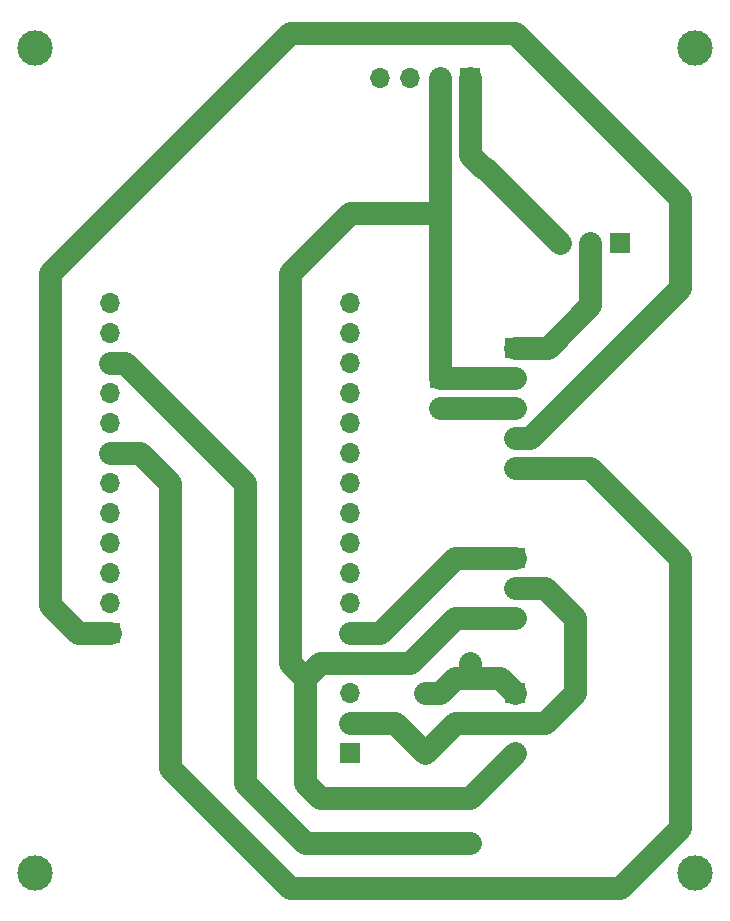
<source format=gbr>
G04 #@! TF.GenerationSoftware,KiCad,Pcbnew,5.0.2-bee76a0~70~ubuntu18.04.1*
G04 #@! TF.CreationDate,2019-07-25T22:31:23-04:00*
G04 #@! TF.ProjectId,knuth-gateway,6b6e7574-682d-4676-9174-657761792e6b,rev?*
G04 #@! TF.SameCoordinates,Original*
G04 #@! TF.FileFunction,Copper,L2,Bot*
G04 #@! TF.FilePolarity,Positive*
%FSLAX46Y46*%
G04 Gerber Fmt 4.6, Leading zero omitted, Abs format (unit mm)*
G04 Created by KiCad (PCBNEW 5.0.2-bee76a0~70~ubuntu18.04.1) date Thu 25 Jul 2019 10:31:23 PM EDT*
%MOMM*%
%LPD*%
G01*
G04 APERTURE LIST*
G04 #@! TA.AperFunction,ComponentPad*
%ADD10R,1.700000X1.700000*%
G04 #@! TD*
G04 #@! TA.AperFunction,ComponentPad*
%ADD11O,1.700000X1.700000*%
G04 #@! TD*
G04 #@! TA.AperFunction,ComponentPad*
%ADD12C,1.600000*%
G04 #@! TD*
G04 #@! TA.AperFunction,ComponentPad*
%ADD13O,1.600000X1.600000*%
G04 #@! TD*
G04 #@! TA.AperFunction,ViaPad*
%ADD14C,3.000000*%
G04 #@! TD*
G04 #@! TA.AperFunction,ViaPad*
%ADD15C,1.778000*%
G04 #@! TD*
G04 #@! TA.AperFunction,Conductor*
%ADD16C,1.905000*%
G04 #@! TD*
G04 APERTURE END LIST*
D10*
G04 #@! TO.P,R_Delay1,1*
G04 #@! TO.N,GND*
X246380000Y-81280000D03*
D11*
G04 #@! TO.P,R_Delay1,2*
G04 #@! TO.N,Net-(R_Delay1-Pad2)*
X246380000Y-83820000D03*
G04 #@! TD*
D10*
G04 #@! TO.P,U4,1*
G04 #@! TO.N,Net-(U4-Pad1)*
X252730000Y-78740000D03*
D11*
G04 #@! TO.P,U4,2*
G04 #@! TO.N,GND*
X252730000Y-81280000D03*
G04 #@! TO.P,U4,3*
G04 #@! TO.N,Net-(R_Delay1-Pad2)*
X252730000Y-83820000D03*
G04 #@! TO.P,U4,4*
G04 #@! TO.N,VBAT*
X252730000Y-86360000D03*
G04 #@! TO.P,U4,5*
G04 #@! TO.N,D10*
X252730000Y-88900000D03*
G04 #@! TD*
D10*
G04 #@! TO.P,U5,1*
G04 #@! TO.N,Net-(U5-Pad1)*
X248920000Y-55880000D03*
D11*
G04 #@! TO.P,U5,2*
G04 #@! TO.N,GND*
X246380000Y-55880000D03*
G04 #@! TO.P,U5,3*
G04 #@! TO.N,N/C*
X243840000Y-55880000D03*
G04 #@! TO.P,U5,4*
X241300000Y-55880000D03*
G04 #@! TD*
G04 #@! TO.P,1-Wire1,3*
G04 #@! TO.N,GND*
X252730000Y-113030000D03*
G04 #@! TO.P,1-Wire1,2*
G04 #@! TO.N,+3V3*
X252730000Y-110490000D03*
D10*
G04 #@! TO.P,1-Wire1,1*
G04 #@! TO.N,D5*
X252730000Y-107950000D03*
G04 #@! TD*
G04 #@! TO.P,EC-5,1*
G04 #@! TO.N,A0*
X252730000Y-96520000D03*
D11*
G04 #@! TO.P,EC-5,2*
G04 #@! TO.N,+3V3*
X252730000Y-99060000D03*
G04 #@! TO.P,EC-5,3*
G04 #@! TO.N,GND*
X252730000Y-101600000D03*
G04 #@! TD*
D10*
G04 #@! TO.P,J1,1*
G04 #@! TO.N,VBAT*
X218440000Y-102870000D03*
D11*
G04 #@! TO.P,J1,2*
G04 #@! TO.N,N/C*
X218440000Y-100330000D03*
G04 #@! TO.P,J1,3*
X218440000Y-97790000D03*
G04 #@! TO.P,J1,4*
X218440000Y-95250000D03*
G04 #@! TO.P,J1,5*
X218440000Y-92710000D03*
G04 #@! TO.P,J1,6*
X218440000Y-90170000D03*
G04 #@! TO.P,J1,7*
G04 #@! TO.N,D10*
X218440000Y-87630000D03*
G04 #@! TO.P,J1,8*
G04 #@! TO.N,N/C*
X218440000Y-85090000D03*
G04 #@! TO.P,J1,9*
X218440000Y-82550000D03*
G04 #@! TO.P,J1,10*
G04 #@! TO.N,D5*
X218440000Y-80010000D03*
G04 #@! TO.P,J1,11*
G04 #@! TO.N,N/C*
X218440000Y-77470000D03*
G04 #@! TO.P,J1,12*
X218440000Y-74930000D03*
G04 #@! TD*
D10*
G04 #@! TO.P,J2,1*
G04 #@! TO.N,N/C*
X238760000Y-113030000D03*
D11*
G04 #@! TO.P,J2,2*
G04 #@! TO.N,+3V3*
X238760000Y-110490000D03*
G04 #@! TO.P,J2,3*
G04 #@! TO.N,N/C*
X238760000Y-107950000D03*
G04 #@! TO.P,J2,4*
G04 #@! TO.N,GND*
X238760000Y-105410000D03*
G04 #@! TO.P,J2,5*
G04 #@! TO.N,A0*
X238760000Y-102870000D03*
G04 #@! TO.P,J2,6*
G04 #@! TO.N,N/C*
X238760000Y-100330000D03*
G04 #@! TO.P,J2,7*
X238760000Y-97790000D03*
G04 #@! TO.P,J2,8*
X238760000Y-95250000D03*
G04 #@! TO.P,J2,9*
X238760000Y-92710000D03*
G04 #@! TO.P,J2,10*
X238760000Y-90170000D03*
G04 #@! TO.P,J2,11*
X238760000Y-87630000D03*
G04 #@! TO.P,J2,12*
X238760000Y-85090000D03*
G04 #@! TO.P,J2,13*
X238760000Y-82550000D03*
G04 #@! TO.P,J2,14*
X238760000Y-80010000D03*
G04 #@! TO.P,J2,15*
X238760000Y-77470000D03*
G04 #@! TO.P,J2,16*
X238760000Y-74930000D03*
G04 #@! TD*
D10*
G04 #@! TO.P,switch1,1*
G04 #@! TO.N,N/C*
X261620000Y-69850000D03*
D11*
G04 #@! TO.P,switch1,2*
G04 #@! TO.N,Net-(U4-Pad1)*
X259080000Y-69850000D03*
G04 #@! TO.P,switch1,3*
G04 #@! TO.N,Net-(U5-Pad1)*
X256540000Y-69850000D03*
G04 #@! TD*
D12*
G04 #@! TO.P,R1,1*
G04 #@! TO.N,D5*
X245110000Y-107950000D03*
D13*
G04 #@! TO.P,R1,2*
G04 #@! TO.N,+3V3*
X245110000Y-113030000D03*
G04 #@! TD*
D14*
G04 #@! TO.N,*
X212090000Y-123190000D03*
X267970000Y-123190000D03*
X267970000Y-53340000D03*
X212090000Y-53340000D03*
D15*
G04 #@! TO.N,D5*
X248920000Y-105410000D03*
X248920000Y-120650000D03*
G04 #@! TD*
D16*
G04 #@! TO.N,GND*
X252730000Y-81280000D02*
X246380000Y-81280000D01*
X236220000Y-105410000D02*
X238760000Y-105410000D01*
X234950000Y-106680000D02*
X236220000Y-105410000D01*
X246380000Y-67310000D02*
X246380000Y-81280000D01*
X246380000Y-67310000D02*
X238760000Y-67310000D01*
X246380000Y-59690000D02*
X246380000Y-67310000D01*
X238760000Y-67310000D02*
X233680000Y-72390000D01*
X233680000Y-105410000D02*
X234950000Y-106680000D01*
X233680000Y-72390000D02*
X233680000Y-105410000D01*
X247650000Y-101600000D02*
X252730000Y-101600000D01*
X238760000Y-105410000D02*
X243840000Y-105410000D01*
X243840000Y-105410000D02*
X247650000Y-101600000D01*
X248920000Y-116840000D02*
X252730000Y-113030000D01*
X236220000Y-116840000D02*
X248920000Y-116840000D01*
X234950000Y-106680000D02*
X234950000Y-115570000D01*
X234950000Y-115570000D02*
X236220000Y-116840000D01*
X246380000Y-59690000D02*
X246380000Y-55880000D01*
G04 #@! TO.N,Net-(R_Delay1-Pad2)*
X252730000Y-83820000D02*
X246380000Y-83820000D01*
G04 #@! TO.N,+3V3*
X242570000Y-110490000D02*
X245110000Y-113030000D01*
X238760000Y-110490000D02*
X242570000Y-110490000D01*
X247650000Y-110490000D02*
X245110000Y-113030000D01*
X252730000Y-110490000D02*
X247650000Y-110490000D01*
X257810000Y-101600000D02*
X255270000Y-99060000D01*
X255270000Y-99060000D02*
X252730000Y-99060000D01*
X257810000Y-107950000D02*
X257810000Y-101600000D01*
X252730000Y-110490000D02*
X255270000Y-110490000D01*
X255270000Y-110490000D02*
X257810000Y-107950000D01*
G04 #@! TO.N,D5*
X218440000Y-80010000D02*
X219710000Y-80010000D01*
X219710000Y-80010000D02*
X229870000Y-90170000D01*
X229870000Y-90170000D02*
X229870000Y-115570000D01*
X229870000Y-115570000D02*
X234950000Y-120650000D01*
X234950000Y-120650000D02*
X247650000Y-120650000D01*
X252730000Y-107950000D02*
X251460000Y-106680000D01*
X247650000Y-106680000D02*
X246380000Y-107950000D01*
X246380000Y-107950000D02*
X245110000Y-107950000D01*
X248920000Y-106680000D02*
X248920000Y-105410000D01*
X248920000Y-106680000D02*
X247650000Y-106680000D01*
X251460000Y-106680000D02*
X248920000Y-106680000D01*
X247650000Y-120650000D02*
X248920000Y-120650000D01*
G04 #@! TO.N,A0*
X252730000Y-96520000D02*
X247650000Y-96520000D01*
X241300000Y-102870000D02*
X238760000Y-102870000D01*
X247650000Y-96520000D02*
X241300000Y-102870000D01*
G04 #@! TO.N,VBAT*
X252730000Y-86360000D02*
X254000000Y-86360000D01*
X254000000Y-86360000D02*
X266700000Y-73660000D01*
X266700000Y-73660000D02*
X266700000Y-68580000D01*
X266700000Y-66040000D02*
X266700000Y-68580000D01*
X215685000Y-102870000D02*
X213360000Y-100545000D01*
X218440000Y-102870000D02*
X215685000Y-102870000D01*
X213360000Y-72390000D02*
X233680000Y-52070000D01*
X252730000Y-52070000D02*
X266700000Y-66040000D01*
X213360000Y-100545000D02*
X213360000Y-72390000D01*
X233680000Y-52070000D02*
X252730000Y-52070000D01*
G04 #@! TO.N,D10*
X223520000Y-90170000D02*
X220980000Y-87630000D01*
X220980000Y-87630000D02*
X218440000Y-87630000D01*
X233680000Y-124460000D02*
X223520000Y-114300000D01*
X223520000Y-114300000D02*
X223520000Y-90170000D01*
X252730000Y-88900000D02*
X259080000Y-88900000D01*
X259080000Y-88900000D02*
X266700000Y-96520000D01*
X266700000Y-96520000D02*
X266700000Y-119380000D01*
X261620000Y-124460000D02*
X248920000Y-124460000D01*
X266700000Y-119380000D02*
X261620000Y-124460000D01*
X250190000Y-124460000D02*
X248920000Y-124460000D01*
X248920000Y-124460000D02*
X233680000Y-124460000D01*
G04 #@! TO.N,Net-(U4-Pad1)*
X255485000Y-78740000D02*
X252730000Y-78740000D01*
X259080000Y-75145000D02*
X255485000Y-78740000D01*
X259080000Y-69850000D02*
X259080000Y-75145000D01*
G04 #@! TO.N,Net-(U5-Pad1)*
X249975000Y-63500000D02*
X248920000Y-62445000D01*
X248920000Y-62445000D02*
X248920000Y-59690000D01*
X250190000Y-63500000D02*
X249975000Y-63500000D01*
X256540000Y-69850000D02*
X250190000Y-63500000D01*
X248920000Y-59690000D02*
X248920000Y-55880000D01*
G04 #@! TD*
M02*

</source>
